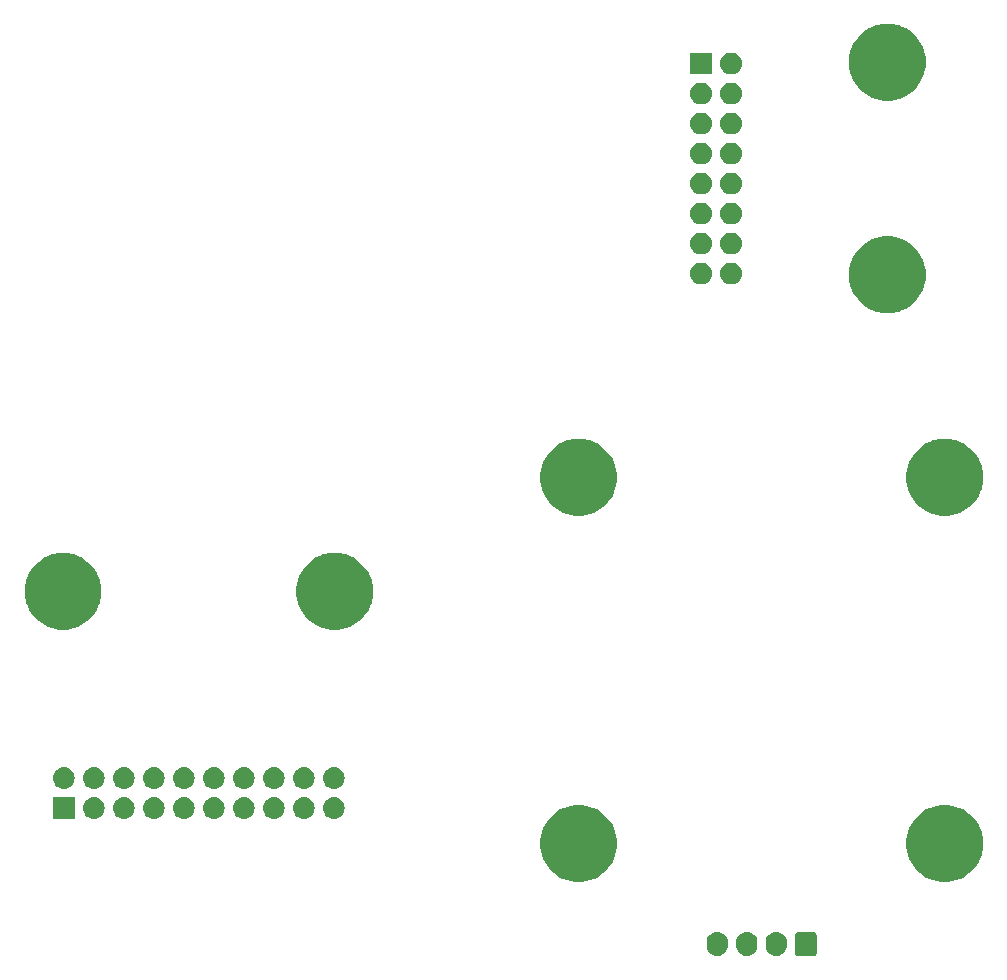
<source format=gbr>
G04 #@! TF.GenerationSoftware,KiCad,Pcbnew,(5.1.4)-1*
G04 #@! TF.CreationDate,2020-03-27T16:40:10-04:00*
G04 #@! TF.ProjectId,gantry_x_motor_breakout,67616e74-7279-45f7-985f-6d6f746f725f,rev?*
G04 #@! TF.SameCoordinates,Original*
G04 #@! TF.FileFunction,Soldermask,Top*
G04 #@! TF.FilePolarity,Negative*
%FSLAX46Y46*%
G04 Gerber Fmt 4.6, Leading zero omitted, Abs format (unit mm)*
G04 Created by KiCad (PCBNEW (5.1.4)-1) date 2020-03-27 16:40:10*
%MOMM*%
%LPD*%
G04 APERTURE LIST*
%ADD10C,0.100000*%
G04 APERTURE END LIST*
D10*
G36*
X148926588Y-122987234D02*
G01*
X148926591Y-122987235D01*
X149096388Y-123038742D01*
X149252878Y-123122388D01*
X149390043Y-123234957D01*
X149502612Y-123372122D01*
X149586258Y-123528612D01*
X149631875Y-123678992D01*
X149637766Y-123698413D01*
X149650800Y-123830752D01*
X149650800Y-124169249D01*
X149637766Y-124301588D01*
X149637765Y-124301590D01*
X149637765Y-124301591D01*
X149586258Y-124471388D01*
X149502612Y-124627878D01*
X149390043Y-124765043D01*
X149252877Y-124877612D01*
X149096387Y-124961258D01*
X148950101Y-125005633D01*
X148926587Y-125012766D01*
X148750000Y-125030158D01*
X148573412Y-125012766D01*
X148549898Y-125005633D01*
X148403612Y-124961258D01*
X148247122Y-124877612D01*
X148109957Y-124765043D01*
X147997388Y-124627877D01*
X147913742Y-124471387D01*
X147862235Y-124301590D01*
X147862234Y-124301587D01*
X147849200Y-124169248D01*
X147849200Y-123830751D01*
X147862234Y-123698412D01*
X147868125Y-123678992D01*
X147913742Y-123528612D01*
X147997388Y-123372122D01*
X148109957Y-123234957D01*
X148247123Y-123122388D01*
X148403613Y-123038742D01*
X148573410Y-122987235D01*
X148573413Y-122987234D01*
X148750000Y-122969842D01*
X148926588Y-122987234D01*
X148926588Y-122987234D01*
G37*
G36*
X151426588Y-122987234D02*
G01*
X151426591Y-122987235D01*
X151596388Y-123038742D01*
X151752878Y-123122388D01*
X151890043Y-123234957D01*
X152002612Y-123372122D01*
X152086258Y-123528612D01*
X152131875Y-123678992D01*
X152137766Y-123698413D01*
X152150800Y-123830752D01*
X152150800Y-124169249D01*
X152137766Y-124301588D01*
X152137765Y-124301590D01*
X152137765Y-124301591D01*
X152086258Y-124471388D01*
X152002612Y-124627878D01*
X151890043Y-124765043D01*
X151752877Y-124877612D01*
X151596387Y-124961258D01*
X151450101Y-125005633D01*
X151426587Y-125012766D01*
X151250000Y-125030158D01*
X151073412Y-125012766D01*
X151049898Y-125005633D01*
X150903612Y-124961258D01*
X150747122Y-124877612D01*
X150609957Y-124765043D01*
X150497388Y-124627877D01*
X150413742Y-124471387D01*
X150362235Y-124301590D01*
X150362234Y-124301587D01*
X150349200Y-124169248D01*
X150349200Y-123830751D01*
X150362234Y-123698412D01*
X150368125Y-123678992D01*
X150413742Y-123528612D01*
X150497388Y-123372122D01*
X150609957Y-123234957D01*
X150747123Y-123122388D01*
X150903613Y-123038742D01*
X151073410Y-122987235D01*
X151073413Y-122987234D01*
X151250000Y-122969842D01*
X151426588Y-122987234D01*
X151426588Y-122987234D01*
G37*
G36*
X146426588Y-122987234D02*
G01*
X146426591Y-122987235D01*
X146596388Y-123038742D01*
X146752878Y-123122388D01*
X146890043Y-123234957D01*
X147002612Y-123372122D01*
X147086258Y-123528612D01*
X147131875Y-123678992D01*
X147137766Y-123698413D01*
X147150800Y-123830752D01*
X147150800Y-124169249D01*
X147137766Y-124301588D01*
X147137765Y-124301590D01*
X147137765Y-124301591D01*
X147086258Y-124471388D01*
X147002612Y-124627878D01*
X146890043Y-124765043D01*
X146752877Y-124877612D01*
X146596387Y-124961258D01*
X146450101Y-125005633D01*
X146426587Y-125012766D01*
X146250000Y-125030158D01*
X146073412Y-125012766D01*
X146049898Y-125005633D01*
X145903612Y-124961258D01*
X145747122Y-124877612D01*
X145609957Y-124765043D01*
X145497388Y-124627877D01*
X145413742Y-124471387D01*
X145362235Y-124301590D01*
X145362234Y-124301587D01*
X145349200Y-124169248D01*
X145349200Y-123830751D01*
X145362234Y-123698412D01*
X145368125Y-123678992D01*
X145413742Y-123528612D01*
X145497388Y-123372122D01*
X145609957Y-123234957D01*
X145747123Y-123122388D01*
X145903613Y-123038742D01*
X146073410Y-122987235D01*
X146073413Y-122987234D01*
X146250000Y-122969842D01*
X146426588Y-122987234D01*
X146426588Y-122987234D01*
G37*
G36*
X154451957Y-122979067D02*
G01*
X154498266Y-122993115D01*
X154540951Y-123015931D01*
X154578365Y-123046635D01*
X154609069Y-123084049D01*
X154631885Y-123126734D01*
X154645933Y-123173043D01*
X154650800Y-123222462D01*
X154650800Y-124777538D01*
X154645933Y-124826957D01*
X154631885Y-124873266D01*
X154609069Y-124915951D01*
X154578365Y-124953365D01*
X154540951Y-124984069D01*
X154498266Y-125006885D01*
X154451957Y-125020933D01*
X154402538Y-125025800D01*
X153097462Y-125025800D01*
X153048043Y-125020933D01*
X153001734Y-125006885D01*
X152959049Y-124984069D01*
X152921635Y-124953365D01*
X152890931Y-124915951D01*
X152868115Y-124873266D01*
X152854067Y-124826957D01*
X152849200Y-124777538D01*
X152849200Y-123222462D01*
X152854067Y-123173043D01*
X152868115Y-123126734D01*
X152890931Y-123084049D01*
X152921635Y-123046635D01*
X152959049Y-123015931D01*
X153001734Y-122993115D01*
X153048043Y-122979067D01*
X153097462Y-122974200D01*
X154402538Y-122974200D01*
X154451957Y-122979067D01*
X154451957Y-122979067D01*
G37*
G36*
X135448223Y-112374127D02*
G01*
X135752107Y-112500000D01*
X136039835Y-112619180D01*
X136572262Y-112974937D01*
X137025063Y-113427738D01*
X137380820Y-113960165D01*
X137489193Y-114221802D01*
X137625873Y-114551777D01*
X137750800Y-115179824D01*
X137750800Y-115820176D01*
X137625873Y-116448223D01*
X137489193Y-116778198D01*
X137380820Y-117039835D01*
X137025063Y-117572262D01*
X136572262Y-118025063D01*
X136039835Y-118380820D01*
X135778198Y-118489193D01*
X135448223Y-118625873D01*
X134820176Y-118750800D01*
X134179824Y-118750800D01*
X133551777Y-118625873D01*
X133221802Y-118489193D01*
X132960165Y-118380820D01*
X132427738Y-118025063D01*
X131974937Y-117572262D01*
X131619180Y-117039835D01*
X131510807Y-116778198D01*
X131374127Y-116448223D01*
X131249200Y-115820176D01*
X131249200Y-115179824D01*
X131374127Y-114551777D01*
X131510807Y-114221802D01*
X131619180Y-113960165D01*
X131974937Y-113427738D01*
X132427738Y-112974937D01*
X132960165Y-112619180D01*
X133247893Y-112500000D01*
X133551777Y-112374127D01*
X134179824Y-112249200D01*
X134820176Y-112249200D01*
X135448223Y-112374127D01*
X135448223Y-112374127D01*
G37*
G36*
X166448223Y-112374127D02*
G01*
X166752107Y-112500000D01*
X167039835Y-112619180D01*
X167572262Y-112974937D01*
X168025063Y-113427738D01*
X168380820Y-113960165D01*
X168489193Y-114221802D01*
X168625873Y-114551777D01*
X168750800Y-115179824D01*
X168750800Y-115820176D01*
X168625873Y-116448223D01*
X168489193Y-116778198D01*
X168380820Y-117039835D01*
X168025063Y-117572262D01*
X167572262Y-118025063D01*
X167039835Y-118380820D01*
X166778198Y-118489193D01*
X166448223Y-118625873D01*
X165820176Y-118750800D01*
X165179824Y-118750800D01*
X164551777Y-118625873D01*
X164221802Y-118489193D01*
X163960165Y-118380820D01*
X163427738Y-118025063D01*
X162974937Y-117572262D01*
X162619180Y-117039835D01*
X162510807Y-116778198D01*
X162374127Y-116448223D01*
X162249200Y-115820176D01*
X162249200Y-115179824D01*
X162374127Y-114551777D01*
X162510807Y-114221802D01*
X162619180Y-113960165D01*
X162974937Y-113427738D01*
X163427738Y-112974937D01*
X163960165Y-112619180D01*
X164247893Y-112500000D01*
X164551777Y-112374127D01*
X165179824Y-112249200D01*
X165820176Y-112249200D01*
X166448223Y-112374127D01*
X166448223Y-112374127D01*
G37*
G36*
X106238502Y-111588908D02*
G01*
X106339257Y-111598831D01*
X106511617Y-111651116D01*
X106670471Y-111736025D01*
X106719833Y-111776536D01*
X106809707Y-111850293D01*
X106883464Y-111940167D01*
X106923975Y-111989529D01*
X107008884Y-112148383D01*
X107061169Y-112320743D01*
X107078824Y-112500000D01*
X107061169Y-112679257D01*
X107008884Y-112851617D01*
X106923975Y-113010471D01*
X106883464Y-113059833D01*
X106809707Y-113149707D01*
X106719833Y-113223464D01*
X106670471Y-113263975D01*
X106511617Y-113348884D01*
X106339257Y-113401169D01*
X106238502Y-113411092D01*
X106204918Y-113414400D01*
X106115082Y-113414400D01*
X106081498Y-113411092D01*
X105980743Y-113401169D01*
X105808383Y-113348884D01*
X105649529Y-113263975D01*
X105600167Y-113223464D01*
X105510293Y-113149707D01*
X105436536Y-113059833D01*
X105396025Y-113010471D01*
X105311116Y-112851617D01*
X105258831Y-112679257D01*
X105241176Y-112500000D01*
X105258831Y-112320743D01*
X105311116Y-112148383D01*
X105396025Y-111989529D01*
X105436536Y-111940167D01*
X105510293Y-111850293D01*
X105600167Y-111776536D01*
X105649529Y-111736025D01*
X105808383Y-111651116D01*
X105980743Y-111598831D01*
X106081498Y-111588908D01*
X106115082Y-111585600D01*
X106204918Y-111585600D01*
X106238502Y-111588908D01*
X106238502Y-111588908D01*
G37*
G36*
X91834400Y-113414400D02*
G01*
X90005600Y-113414400D01*
X90005600Y-111585600D01*
X91834400Y-111585600D01*
X91834400Y-113414400D01*
X91834400Y-113414400D01*
G37*
G36*
X93538502Y-111588908D02*
G01*
X93639257Y-111598831D01*
X93811617Y-111651116D01*
X93970471Y-111736025D01*
X94019833Y-111776536D01*
X94109707Y-111850293D01*
X94183464Y-111940167D01*
X94223975Y-111989529D01*
X94308884Y-112148383D01*
X94361169Y-112320743D01*
X94378824Y-112500000D01*
X94361169Y-112679257D01*
X94308884Y-112851617D01*
X94223975Y-113010471D01*
X94183464Y-113059833D01*
X94109707Y-113149707D01*
X94019833Y-113223464D01*
X93970471Y-113263975D01*
X93811617Y-113348884D01*
X93639257Y-113401169D01*
X93538502Y-113411092D01*
X93504918Y-113414400D01*
X93415082Y-113414400D01*
X93381498Y-113411092D01*
X93280743Y-113401169D01*
X93108383Y-113348884D01*
X92949529Y-113263975D01*
X92900167Y-113223464D01*
X92810293Y-113149707D01*
X92736536Y-113059833D01*
X92696025Y-113010471D01*
X92611116Y-112851617D01*
X92558831Y-112679257D01*
X92541176Y-112500000D01*
X92558831Y-112320743D01*
X92611116Y-112148383D01*
X92696025Y-111989529D01*
X92736536Y-111940167D01*
X92810293Y-111850293D01*
X92900167Y-111776536D01*
X92949529Y-111736025D01*
X93108383Y-111651116D01*
X93280743Y-111598831D01*
X93381498Y-111588908D01*
X93415082Y-111585600D01*
X93504918Y-111585600D01*
X93538502Y-111588908D01*
X93538502Y-111588908D01*
G37*
G36*
X98618502Y-111588908D02*
G01*
X98719257Y-111598831D01*
X98891617Y-111651116D01*
X99050471Y-111736025D01*
X99099833Y-111776536D01*
X99189707Y-111850293D01*
X99263464Y-111940167D01*
X99303975Y-111989529D01*
X99388884Y-112148383D01*
X99441169Y-112320743D01*
X99458824Y-112500000D01*
X99441169Y-112679257D01*
X99388884Y-112851617D01*
X99303975Y-113010471D01*
X99263464Y-113059833D01*
X99189707Y-113149707D01*
X99099833Y-113223464D01*
X99050471Y-113263975D01*
X98891617Y-113348884D01*
X98719257Y-113401169D01*
X98618502Y-113411092D01*
X98584918Y-113414400D01*
X98495082Y-113414400D01*
X98461498Y-113411092D01*
X98360743Y-113401169D01*
X98188383Y-113348884D01*
X98029529Y-113263975D01*
X97980167Y-113223464D01*
X97890293Y-113149707D01*
X97816536Y-113059833D01*
X97776025Y-113010471D01*
X97691116Y-112851617D01*
X97638831Y-112679257D01*
X97621176Y-112500000D01*
X97638831Y-112320743D01*
X97691116Y-112148383D01*
X97776025Y-111989529D01*
X97816536Y-111940167D01*
X97890293Y-111850293D01*
X97980167Y-111776536D01*
X98029529Y-111736025D01*
X98188383Y-111651116D01*
X98360743Y-111598831D01*
X98461498Y-111588908D01*
X98495082Y-111585600D01*
X98584918Y-111585600D01*
X98618502Y-111588908D01*
X98618502Y-111588908D01*
G37*
G36*
X101158502Y-111588908D02*
G01*
X101259257Y-111598831D01*
X101431617Y-111651116D01*
X101590471Y-111736025D01*
X101639833Y-111776536D01*
X101729707Y-111850293D01*
X101803464Y-111940167D01*
X101843975Y-111989529D01*
X101928884Y-112148383D01*
X101981169Y-112320743D01*
X101998824Y-112500000D01*
X101981169Y-112679257D01*
X101928884Y-112851617D01*
X101843975Y-113010471D01*
X101803464Y-113059833D01*
X101729707Y-113149707D01*
X101639833Y-113223464D01*
X101590471Y-113263975D01*
X101431617Y-113348884D01*
X101259257Y-113401169D01*
X101158502Y-113411092D01*
X101124918Y-113414400D01*
X101035082Y-113414400D01*
X101001498Y-113411092D01*
X100900743Y-113401169D01*
X100728383Y-113348884D01*
X100569529Y-113263975D01*
X100520167Y-113223464D01*
X100430293Y-113149707D01*
X100356536Y-113059833D01*
X100316025Y-113010471D01*
X100231116Y-112851617D01*
X100178831Y-112679257D01*
X100161176Y-112500000D01*
X100178831Y-112320743D01*
X100231116Y-112148383D01*
X100316025Y-111989529D01*
X100356536Y-111940167D01*
X100430293Y-111850293D01*
X100520167Y-111776536D01*
X100569529Y-111736025D01*
X100728383Y-111651116D01*
X100900743Y-111598831D01*
X101001498Y-111588908D01*
X101035082Y-111585600D01*
X101124918Y-111585600D01*
X101158502Y-111588908D01*
X101158502Y-111588908D01*
G37*
G36*
X103698502Y-111588908D02*
G01*
X103799257Y-111598831D01*
X103971617Y-111651116D01*
X104130471Y-111736025D01*
X104179833Y-111776536D01*
X104269707Y-111850293D01*
X104343464Y-111940167D01*
X104383975Y-111989529D01*
X104468884Y-112148383D01*
X104521169Y-112320743D01*
X104538824Y-112500000D01*
X104521169Y-112679257D01*
X104468884Y-112851617D01*
X104383975Y-113010471D01*
X104343464Y-113059833D01*
X104269707Y-113149707D01*
X104179833Y-113223464D01*
X104130471Y-113263975D01*
X103971617Y-113348884D01*
X103799257Y-113401169D01*
X103698502Y-113411092D01*
X103664918Y-113414400D01*
X103575082Y-113414400D01*
X103541498Y-113411092D01*
X103440743Y-113401169D01*
X103268383Y-113348884D01*
X103109529Y-113263975D01*
X103060167Y-113223464D01*
X102970293Y-113149707D01*
X102896536Y-113059833D01*
X102856025Y-113010471D01*
X102771116Y-112851617D01*
X102718831Y-112679257D01*
X102701176Y-112500000D01*
X102718831Y-112320743D01*
X102771116Y-112148383D01*
X102856025Y-111989529D01*
X102896536Y-111940167D01*
X102970293Y-111850293D01*
X103060167Y-111776536D01*
X103109529Y-111736025D01*
X103268383Y-111651116D01*
X103440743Y-111598831D01*
X103541498Y-111588908D01*
X103575082Y-111585600D01*
X103664918Y-111585600D01*
X103698502Y-111588908D01*
X103698502Y-111588908D01*
G37*
G36*
X108778502Y-111588908D02*
G01*
X108879257Y-111598831D01*
X109051617Y-111651116D01*
X109210471Y-111736025D01*
X109259833Y-111776536D01*
X109349707Y-111850293D01*
X109423464Y-111940167D01*
X109463975Y-111989529D01*
X109548884Y-112148383D01*
X109601169Y-112320743D01*
X109618824Y-112500000D01*
X109601169Y-112679257D01*
X109548884Y-112851617D01*
X109463975Y-113010471D01*
X109423464Y-113059833D01*
X109349707Y-113149707D01*
X109259833Y-113223464D01*
X109210471Y-113263975D01*
X109051617Y-113348884D01*
X108879257Y-113401169D01*
X108778502Y-113411092D01*
X108744918Y-113414400D01*
X108655082Y-113414400D01*
X108621498Y-113411092D01*
X108520743Y-113401169D01*
X108348383Y-113348884D01*
X108189529Y-113263975D01*
X108140167Y-113223464D01*
X108050293Y-113149707D01*
X107976536Y-113059833D01*
X107936025Y-113010471D01*
X107851116Y-112851617D01*
X107798831Y-112679257D01*
X107781176Y-112500000D01*
X107798831Y-112320743D01*
X107851116Y-112148383D01*
X107936025Y-111989529D01*
X107976536Y-111940167D01*
X108050293Y-111850293D01*
X108140167Y-111776536D01*
X108189529Y-111736025D01*
X108348383Y-111651116D01*
X108520743Y-111598831D01*
X108621498Y-111588908D01*
X108655082Y-111585600D01*
X108744918Y-111585600D01*
X108778502Y-111588908D01*
X108778502Y-111588908D01*
G37*
G36*
X111318502Y-111588908D02*
G01*
X111419257Y-111598831D01*
X111591617Y-111651116D01*
X111750471Y-111736025D01*
X111799833Y-111776536D01*
X111889707Y-111850293D01*
X111963464Y-111940167D01*
X112003975Y-111989529D01*
X112088884Y-112148383D01*
X112141169Y-112320743D01*
X112158824Y-112500000D01*
X112141169Y-112679257D01*
X112088884Y-112851617D01*
X112003975Y-113010471D01*
X111963464Y-113059833D01*
X111889707Y-113149707D01*
X111799833Y-113223464D01*
X111750471Y-113263975D01*
X111591617Y-113348884D01*
X111419257Y-113401169D01*
X111318502Y-113411092D01*
X111284918Y-113414400D01*
X111195082Y-113414400D01*
X111161498Y-113411092D01*
X111060743Y-113401169D01*
X110888383Y-113348884D01*
X110729529Y-113263975D01*
X110680167Y-113223464D01*
X110590293Y-113149707D01*
X110516536Y-113059833D01*
X110476025Y-113010471D01*
X110391116Y-112851617D01*
X110338831Y-112679257D01*
X110321176Y-112500000D01*
X110338831Y-112320743D01*
X110391116Y-112148383D01*
X110476025Y-111989529D01*
X110516536Y-111940167D01*
X110590293Y-111850293D01*
X110680167Y-111776536D01*
X110729529Y-111736025D01*
X110888383Y-111651116D01*
X111060743Y-111598831D01*
X111161498Y-111588908D01*
X111195082Y-111585600D01*
X111284918Y-111585600D01*
X111318502Y-111588908D01*
X111318502Y-111588908D01*
G37*
G36*
X113858502Y-111588908D02*
G01*
X113959257Y-111598831D01*
X114131617Y-111651116D01*
X114290471Y-111736025D01*
X114339833Y-111776536D01*
X114429707Y-111850293D01*
X114503464Y-111940167D01*
X114543975Y-111989529D01*
X114628884Y-112148383D01*
X114681169Y-112320743D01*
X114698824Y-112500000D01*
X114681169Y-112679257D01*
X114628884Y-112851617D01*
X114543975Y-113010471D01*
X114503464Y-113059833D01*
X114429707Y-113149707D01*
X114339833Y-113223464D01*
X114290471Y-113263975D01*
X114131617Y-113348884D01*
X113959257Y-113401169D01*
X113858502Y-113411092D01*
X113824918Y-113414400D01*
X113735082Y-113414400D01*
X113701498Y-113411092D01*
X113600743Y-113401169D01*
X113428383Y-113348884D01*
X113269529Y-113263975D01*
X113220167Y-113223464D01*
X113130293Y-113149707D01*
X113056536Y-113059833D01*
X113016025Y-113010471D01*
X112931116Y-112851617D01*
X112878831Y-112679257D01*
X112861176Y-112500000D01*
X112878831Y-112320743D01*
X112931116Y-112148383D01*
X113016025Y-111989529D01*
X113056536Y-111940167D01*
X113130293Y-111850293D01*
X113220167Y-111776536D01*
X113269529Y-111736025D01*
X113428383Y-111651116D01*
X113600743Y-111598831D01*
X113701498Y-111588908D01*
X113735082Y-111585600D01*
X113824918Y-111585600D01*
X113858502Y-111588908D01*
X113858502Y-111588908D01*
G37*
G36*
X96078502Y-111588908D02*
G01*
X96179257Y-111598831D01*
X96351617Y-111651116D01*
X96510471Y-111736025D01*
X96559833Y-111776536D01*
X96649707Y-111850293D01*
X96723464Y-111940167D01*
X96763975Y-111989529D01*
X96848884Y-112148383D01*
X96901169Y-112320743D01*
X96918824Y-112500000D01*
X96901169Y-112679257D01*
X96848884Y-112851617D01*
X96763975Y-113010471D01*
X96723464Y-113059833D01*
X96649707Y-113149707D01*
X96559833Y-113223464D01*
X96510471Y-113263975D01*
X96351617Y-113348884D01*
X96179257Y-113401169D01*
X96078502Y-113411092D01*
X96044918Y-113414400D01*
X95955082Y-113414400D01*
X95921498Y-113411092D01*
X95820743Y-113401169D01*
X95648383Y-113348884D01*
X95489529Y-113263975D01*
X95440167Y-113223464D01*
X95350293Y-113149707D01*
X95276536Y-113059833D01*
X95236025Y-113010471D01*
X95151116Y-112851617D01*
X95098831Y-112679257D01*
X95081176Y-112500000D01*
X95098831Y-112320743D01*
X95151116Y-112148383D01*
X95236025Y-111989529D01*
X95276536Y-111940167D01*
X95350293Y-111850293D01*
X95440167Y-111776536D01*
X95489529Y-111736025D01*
X95648383Y-111651116D01*
X95820743Y-111598831D01*
X95921498Y-111588908D01*
X95955082Y-111585600D01*
X96044918Y-111585600D01*
X96078502Y-111588908D01*
X96078502Y-111588908D01*
G37*
G36*
X113858502Y-109048908D02*
G01*
X113959257Y-109058831D01*
X114131617Y-109111116D01*
X114290471Y-109196025D01*
X114339833Y-109236536D01*
X114429707Y-109310293D01*
X114503464Y-109400167D01*
X114543975Y-109449529D01*
X114628884Y-109608383D01*
X114681169Y-109780743D01*
X114698824Y-109960000D01*
X114681169Y-110139257D01*
X114628884Y-110311617D01*
X114543975Y-110470471D01*
X114503464Y-110519833D01*
X114429707Y-110609707D01*
X114339833Y-110683464D01*
X114290471Y-110723975D01*
X114131617Y-110808884D01*
X113959257Y-110861169D01*
X113858502Y-110871092D01*
X113824918Y-110874400D01*
X113735082Y-110874400D01*
X113701498Y-110871092D01*
X113600743Y-110861169D01*
X113428383Y-110808884D01*
X113269529Y-110723975D01*
X113220167Y-110683464D01*
X113130293Y-110609707D01*
X113056536Y-110519833D01*
X113016025Y-110470471D01*
X112931116Y-110311617D01*
X112878831Y-110139257D01*
X112861176Y-109960000D01*
X112878831Y-109780743D01*
X112931116Y-109608383D01*
X113016025Y-109449529D01*
X113056536Y-109400167D01*
X113130293Y-109310293D01*
X113220167Y-109236536D01*
X113269529Y-109196025D01*
X113428383Y-109111116D01*
X113600743Y-109058831D01*
X113701498Y-109048908D01*
X113735082Y-109045600D01*
X113824918Y-109045600D01*
X113858502Y-109048908D01*
X113858502Y-109048908D01*
G37*
G36*
X90998502Y-109048908D02*
G01*
X91099257Y-109058831D01*
X91271617Y-109111116D01*
X91430471Y-109196025D01*
X91479833Y-109236536D01*
X91569707Y-109310293D01*
X91643464Y-109400167D01*
X91683975Y-109449529D01*
X91768884Y-109608383D01*
X91821169Y-109780743D01*
X91838824Y-109960000D01*
X91821169Y-110139257D01*
X91768884Y-110311617D01*
X91683975Y-110470471D01*
X91643464Y-110519833D01*
X91569707Y-110609707D01*
X91479833Y-110683464D01*
X91430471Y-110723975D01*
X91271617Y-110808884D01*
X91099257Y-110861169D01*
X90998502Y-110871092D01*
X90964918Y-110874400D01*
X90875082Y-110874400D01*
X90841498Y-110871092D01*
X90740743Y-110861169D01*
X90568383Y-110808884D01*
X90409529Y-110723975D01*
X90360167Y-110683464D01*
X90270293Y-110609707D01*
X90196536Y-110519833D01*
X90156025Y-110470471D01*
X90071116Y-110311617D01*
X90018831Y-110139257D01*
X90001176Y-109960000D01*
X90018831Y-109780743D01*
X90071116Y-109608383D01*
X90156025Y-109449529D01*
X90196536Y-109400167D01*
X90270293Y-109310293D01*
X90360167Y-109236536D01*
X90409529Y-109196025D01*
X90568383Y-109111116D01*
X90740743Y-109058831D01*
X90841498Y-109048908D01*
X90875082Y-109045600D01*
X90964918Y-109045600D01*
X90998502Y-109048908D01*
X90998502Y-109048908D01*
G37*
G36*
X111318502Y-109048908D02*
G01*
X111419257Y-109058831D01*
X111591617Y-109111116D01*
X111750471Y-109196025D01*
X111799833Y-109236536D01*
X111889707Y-109310293D01*
X111963464Y-109400167D01*
X112003975Y-109449529D01*
X112088884Y-109608383D01*
X112141169Y-109780743D01*
X112158824Y-109960000D01*
X112141169Y-110139257D01*
X112088884Y-110311617D01*
X112003975Y-110470471D01*
X111963464Y-110519833D01*
X111889707Y-110609707D01*
X111799833Y-110683464D01*
X111750471Y-110723975D01*
X111591617Y-110808884D01*
X111419257Y-110861169D01*
X111318502Y-110871092D01*
X111284918Y-110874400D01*
X111195082Y-110874400D01*
X111161498Y-110871092D01*
X111060743Y-110861169D01*
X110888383Y-110808884D01*
X110729529Y-110723975D01*
X110680167Y-110683464D01*
X110590293Y-110609707D01*
X110516536Y-110519833D01*
X110476025Y-110470471D01*
X110391116Y-110311617D01*
X110338831Y-110139257D01*
X110321176Y-109960000D01*
X110338831Y-109780743D01*
X110391116Y-109608383D01*
X110476025Y-109449529D01*
X110516536Y-109400167D01*
X110590293Y-109310293D01*
X110680167Y-109236536D01*
X110729529Y-109196025D01*
X110888383Y-109111116D01*
X111060743Y-109058831D01*
X111161498Y-109048908D01*
X111195082Y-109045600D01*
X111284918Y-109045600D01*
X111318502Y-109048908D01*
X111318502Y-109048908D01*
G37*
G36*
X93538502Y-109048908D02*
G01*
X93639257Y-109058831D01*
X93811617Y-109111116D01*
X93970471Y-109196025D01*
X94019833Y-109236536D01*
X94109707Y-109310293D01*
X94183464Y-109400167D01*
X94223975Y-109449529D01*
X94308884Y-109608383D01*
X94361169Y-109780743D01*
X94378824Y-109960000D01*
X94361169Y-110139257D01*
X94308884Y-110311617D01*
X94223975Y-110470471D01*
X94183464Y-110519833D01*
X94109707Y-110609707D01*
X94019833Y-110683464D01*
X93970471Y-110723975D01*
X93811617Y-110808884D01*
X93639257Y-110861169D01*
X93538502Y-110871092D01*
X93504918Y-110874400D01*
X93415082Y-110874400D01*
X93381498Y-110871092D01*
X93280743Y-110861169D01*
X93108383Y-110808884D01*
X92949529Y-110723975D01*
X92900167Y-110683464D01*
X92810293Y-110609707D01*
X92736536Y-110519833D01*
X92696025Y-110470471D01*
X92611116Y-110311617D01*
X92558831Y-110139257D01*
X92541176Y-109960000D01*
X92558831Y-109780743D01*
X92611116Y-109608383D01*
X92696025Y-109449529D01*
X92736536Y-109400167D01*
X92810293Y-109310293D01*
X92900167Y-109236536D01*
X92949529Y-109196025D01*
X93108383Y-109111116D01*
X93280743Y-109058831D01*
X93381498Y-109048908D01*
X93415082Y-109045600D01*
X93504918Y-109045600D01*
X93538502Y-109048908D01*
X93538502Y-109048908D01*
G37*
G36*
X108778502Y-109048908D02*
G01*
X108879257Y-109058831D01*
X109051617Y-109111116D01*
X109210471Y-109196025D01*
X109259833Y-109236536D01*
X109349707Y-109310293D01*
X109423464Y-109400167D01*
X109463975Y-109449529D01*
X109548884Y-109608383D01*
X109601169Y-109780743D01*
X109618824Y-109960000D01*
X109601169Y-110139257D01*
X109548884Y-110311617D01*
X109463975Y-110470471D01*
X109423464Y-110519833D01*
X109349707Y-110609707D01*
X109259833Y-110683464D01*
X109210471Y-110723975D01*
X109051617Y-110808884D01*
X108879257Y-110861169D01*
X108778502Y-110871092D01*
X108744918Y-110874400D01*
X108655082Y-110874400D01*
X108621498Y-110871092D01*
X108520743Y-110861169D01*
X108348383Y-110808884D01*
X108189529Y-110723975D01*
X108140167Y-110683464D01*
X108050293Y-110609707D01*
X107976536Y-110519833D01*
X107936025Y-110470471D01*
X107851116Y-110311617D01*
X107798831Y-110139257D01*
X107781176Y-109960000D01*
X107798831Y-109780743D01*
X107851116Y-109608383D01*
X107936025Y-109449529D01*
X107976536Y-109400167D01*
X108050293Y-109310293D01*
X108140167Y-109236536D01*
X108189529Y-109196025D01*
X108348383Y-109111116D01*
X108520743Y-109058831D01*
X108621498Y-109048908D01*
X108655082Y-109045600D01*
X108744918Y-109045600D01*
X108778502Y-109048908D01*
X108778502Y-109048908D01*
G37*
G36*
X96078502Y-109048908D02*
G01*
X96179257Y-109058831D01*
X96351617Y-109111116D01*
X96510471Y-109196025D01*
X96559833Y-109236536D01*
X96649707Y-109310293D01*
X96723464Y-109400167D01*
X96763975Y-109449529D01*
X96848884Y-109608383D01*
X96901169Y-109780743D01*
X96918824Y-109960000D01*
X96901169Y-110139257D01*
X96848884Y-110311617D01*
X96763975Y-110470471D01*
X96723464Y-110519833D01*
X96649707Y-110609707D01*
X96559833Y-110683464D01*
X96510471Y-110723975D01*
X96351617Y-110808884D01*
X96179257Y-110861169D01*
X96078502Y-110871092D01*
X96044918Y-110874400D01*
X95955082Y-110874400D01*
X95921498Y-110871092D01*
X95820743Y-110861169D01*
X95648383Y-110808884D01*
X95489529Y-110723975D01*
X95440167Y-110683464D01*
X95350293Y-110609707D01*
X95276536Y-110519833D01*
X95236025Y-110470471D01*
X95151116Y-110311617D01*
X95098831Y-110139257D01*
X95081176Y-109960000D01*
X95098831Y-109780743D01*
X95151116Y-109608383D01*
X95236025Y-109449529D01*
X95276536Y-109400167D01*
X95350293Y-109310293D01*
X95440167Y-109236536D01*
X95489529Y-109196025D01*
X95648383Y-109111116D01*
X95820743Y-109058831D01*
X95921498Y-109048908D01*
X95955082Y-109045600D01*
X96044918Y-109045600D01*
X96078502Y-109048908D01*
X96078502Y-109048908D01*
G37*
G36*
X103698502Y-109048908D02*
G01*
X103799257Y-109058831D01*
X103971617Y-109111116D01*
X104130471Y-109196025D01*
X104179833Y-109236536D01*
X104269707Y-109310293D01*
X104343464Y-109400167D01*
X104383975Y-109449529D01*
X104468884Y-109608383D01*
X104521169Y-109780743D01*
X104538824Y-109960000D01*
X104521169Y-110139257D01*
X104468884Y-110311617D01*
X104383975Y-110470471D01*
X104343464Y-110519833D01*
X104269707Y-110609707D01*
X104179833Y-110683464D01*
X104130471Y-110723975D01*
X103971617Y-110808884D01*
X103799257Y-110861169D01*
X103698502Y-110871092D01*
X103664918Y-110874400D01*
X103575082Y-110874400D01*
X103541498Y-110871092D01*
X103440743Y-110861169D01*
X103268383Y-110808884D01*
X103109529Y-110723975D01*
X103060167Y-110683464D01*
X102970293Y-110609707D01*
X102896536Y-110519833D01*
X102856025Y-110470471D01*
X102771116Y-110311617D01*
X102718831Y-110139257D01*
X102701176Y-109960000D01*
X102718831Y-109780743D01*
X102771116Y-109608383D01*
X102856025Y-109449529D01*
X102896536Y-109400167D01*
X102970293Y-109310293D01*
X103060167Y-109236536D01*
X103109529Y-109196025D01*
X103268383Y-109111116D01*
X103440743Y-109058831D01*
X103541498Y-109048908D01*
X103575082Y-109045600D01*
X103664918Y-109045600D01*
X103698502Y-109048908D01*
X103698502Y-109048908D01*
G37*
G36*
X101158502Y-109048908D02*
G01*
X101259257Y-109058831D01*
X101431617Y-109111116D01*
X101590471Y-109196025D01*
X101639833Y-109236536D01*
X101729707Y-109310293D01*
X101803464Y-109400167D01*
X101843975Y-109449529D01*
X101928884Y-109608383D01*
X101981169Y-109780743D01*
X101998824Y-109960000D01*
X101981169Y-110139257D01*
X101928884Y-110311617D01*
X101843975Y-110470471D01*
X101803464Y-110519833D01*
X101729707Y-110609707D01*
X101639833Y-110683464D01*
X101590471Y-110723975D01*
X101431617Y-110808884D01*
X101259257Y-110861169D01*
X101158502Y-110871092D01*
X101124918Y-110874400D01*
X101035082Y-110874400D01*
X101001498Y-110871092D01*
X100900743Y-110861169D01*
X100728383Y-110808884D01*
X100569529Y-110723975D01*
X100520167Y-110683464D01*
X100430293Y-110609707D01*
X100356536Y-110519833D01*
X100316025Y-110470471D01*
X100231116Y-110311617D01*
X100178831Y-110139257D01*
X100161176Y-109960000D01*
X100178831Y-109780743D01*
X100231116Y-109608383D01*
X100316025Y-109449529D01*
X100356536Y-109400167D01*
X100430293Y-109310293D01*
X100520167Y-109236536D01*
X100569529Y-109196025D01*
X100728383Y-109111116D01*
X100900743Y-109058831D01*
X101001498Y-109048908D01*
X101035082Y-109045600D01*
X101124918Y-109045600D01*
X101158502Y-109048908D01*
X101158502Y-109048908D01*
G37*
G36*
X98618502Y-109048908D02*
G01*
X98719257Y-109058831D01*
X98891617Y-109111116D01*
X99050471Y-109196025D01*
X99099833Y-109236536D01*
X99189707Y-109310293D01*
X99263464Y-109400167D01*
X99303975Y-109449529D01*
X99388884Y-109608383D01*
X99441169Y-109780743D01*
X99458824Y-109960000D01*
X99441169Y-110139257D01*
X99388884Y-110311617D01*
X99303975Y-110470471D01*
X99263464Y-110519833D01*
X99189707Y-110609707D01*
X99099833Y-110683464D01*
X99050471Y-110723975D01*
X98891617Y-110808884D01*
X98719257Y-110861169D01*
X98618502Y-110871092D01*
X98584918Y-110874400D01*
X98495082Y-110874400D01*
X98461498Y-110871092D01*
X98360743Y-110861169D01*
X98188383Y-110808884D01*
X98029529Y-110723975D01*
X97980167Y-110683464D01*
X97890293Y-110609707D01*
X97816536Y-110519833D01*
X97776025Y-110470471D01*
X97691116Y-110311617D01*
X97638831Y-110139257D01*
X97621176Y-109960000D01*
X97638831Y-109780743D01*
X97691116Y-109608383D01*
X97776025Y-109449529D01*
X97816536Y-109400167D01*
X97890293Y-109310293D01*
X97980167Y-109236536D01*
X98029529Y-109196025D01*
X98188383Y-109111116D01*
X98360743Y-109058831D01*
X98461498Y-109048908D01*
X98495082Y-109045600D01*
X98584918Y-109045600D01*
X98618502Y-109048908D01*
X98618502Y-109048908D01*
G37*
G36*
X106238502Y-109048908D02*
G01*
X106339257Y-109058831D01*
X106511617Y-109111116D01*
X106670471Y-109196025D01*
X106719833Y-109236536D01*
X106809707Y-109310293D01*
X106883464Y-109400167D01*
X106923975Y-109449529D01*
X107008884Y-109608383D01*
X107061169Y-109780743D01*
X107078824Y-109960000D01*
X107061169Y-110139257D01*
X107008884Y-110311617D01*
X106923975Y-110470471D01*
X106883464Y-110519833D01*
X106809707Y-110609707D01*
X106719833Y-110683464D01*
X106670471Y-110723975D01*
X106511617Y-110808884D01*
X106339257Y-110861169D01*
X106238502Y-110871092D01*
X106204918Y-110874400D01*
X106115082Y-110874400D01*
X106081498Y-110871092D01*
X105980743Y-110861169D01*
X105808383Y-110808884D01*
X105649529Y-110723975D01*
X105600167Y-110683464D01*
X105510293Y-110609707D01*
X105436536Y-110519833D01*
X105396025Y-110470471D01*
X105311116Y-110311617D01*
X105258831Y-110139257D01*
X105241176Y-109960000D01*
X105258831Y-109780743D01*
X105311116Y-109608383D01*
X105396025Y-109449529D01*
X105436536Y-109400167D01*
X105510293Y-109310293D01*
X105600167Y-109236536D01*
X105649529Y-109196025D01*
X105808383Y-109111116D01*
X105980743Y-109058831D01*
X106081498Y-109048908D01*
X106115082Y-109045600D01*
X106204918Y-109045600D01*
X106238502Y-109048908D01*
X106238502Y-109048908D01*
G37*
G36*
X91798223Y-91024127D02*
G01*
X92128198Y-91160807D01*
X92389835Y-91269180D01*
X92922262Y-91624937D01*
X93375063Y-92077738D01*
X93730820Y-92610165D01*
X93839193Y-92871802D01*
X93975873Y-93201777D01*
X94100800Y-93829824D01*
X94100800Y-94470176D01*
X93975873Y-95098223D01*
X93839193Y-95428198D01*
X93730820Y-95689835D01*
X93375063Y-96222262D01*
X92922262Y-96675063D01*
X92389835Y-97030820D01*
X92128198Y-97139193D01*
X91798223Y-97275873D01*
X91170176Y-97400800D01*
X90529824Y-97400800D01*
X89901777Y-97275873D01*
X89571802Y-97139193D01*
X89310165Y-97030820D01*
X88777738Y-96675063D01*
X88324937Y-96222262D01*
X87969180Y-95689835D01*
X87860807Y-95428198D01*
X87724127Y-95098223D01*
X87599200Y-94470176D01*
X87599200Y-93829824D01*
X87724127Y-93201777D01*
X87860807Y-92871802D01*
X87969180Y-92610165D01*
X88324937Y-92077738D01*
X88777738Y-91624937D01*
X89310165Y-91269180D01*
X89571802Y-91160807D01*
X89901777Y-91024127D01*
X90529824Y-90899200D01*
X91170176Y-90899200D01*
X91798223Y-91024127D01*
X91798223Y-91024127D01*
G37*
G36*
X114798223Y-91024127D02*
G01*
X115128198Y-91160807D01*
X115389835Y-91269180D01*
X115922262Y-91624937D01*
X116375063Y-92077738D01*
X116730820Y-92610165D01*
X116839193Y-92871802D01*
X116975873Y-93201777D01*
X117100800Y-93829824D01*
X117100800Y-94470176D01*
X116975873Y-95098223D01*
X116839193Y-95428198D01*
X116730820Y-95689835D01*
X116375063Y-96222262D01*
X115922262Y-96675063D01*
X115389835Y-97030820D01*
X115128198Y-97139193D01*
X114798223Y-97275873D01*
X114170176Y-97400800D01*
X113529824Y-97400800D01*
X112901777Y-97275873D01*
X112571802Y-97139193D01*
X112310165Y-97030820D01*
X111777738Y-96675063D01*
X111324937Y-96222262D01*
X110969180Y-95689835D01*
X110860807Y-95428198D01*
X110724127Y-95098223D01*
X110599200Y-94470176D01*
X110599200Y-93829824D01*
X110724127Y-93201777D01*
X110860807Y-92871802D01*
X110969180Y-92610165D01*
X111324937Y-92077738D01*
X111777738Y-91624937D01*
X112310165Y-91269180D01*
X112571802Y-91160807D01*
X112901777Y-91024127D01*
X113529824Y-90899200D01*
X114170176Y-90899200D01*
X114798223Y-91024127D01*
X114798223Y-91024127D01*
G37*
G36*
X135448223Y-81374127D02*
G01*
X135778198Y-81510807D01*
X136039835Y-81619180D01*
X136572262Y-81974937D01*
X137025063Y-82427738D01*
X137380820Y-82960165D01*
X137489193Y-83221802D01*
X137625873Y-83551777D01*
X137750800Y-84179824D01*
X137750800Y-84820176D01*
X137625873Y-85448223D01*
X137489193Y-85778198D01*
X137380820Y-86039835D01*
X137025063Y-86572262D01*
X136572262Y-87025063D01*
X136039835Y-87380820D01*
X135778198Y-87489193D01*
X135448223Y-87625873D01*
X134820176Y-87750800D01*
X134179824Y-87750800D01*
X133551777Y-87625873D01*
X133221802Y-87489193D01*
X132960165Y-87380820D01*
X132427738Y-87025063D01*
X131974937Y-86572262D01*
X131619180Y-86039835D01*
X131510807Y-85778198D01*
X131374127Y-85448223D01*
X131249200Y-84820176D01*
X131249200Y-84179824D01*
X131374127Y-83551777D01*
X131510807Y-83221802D01*
X131619180Y-82960165D01*
X131974937Y-82427738D01*
X132427738Y-81974937D01*
X132960165Y-81619180D01*
X133221802Y-81510807D01*
X133551777Y-81374127D01*
X134179824Y-81249200D01*
X134820176Y-81249200D01*
X135448223Y-81374127D01*
X135448223Y-81374127D01*
G37*
G36*
X166448223Y-81374127D02*
G01*
X166778198Y-81510807D01*
X167039835Y-81619180D01*
X167572262Y-81974937D01*
X168025063Y-82427738D01*
X168380820Y-82960165D01*
X168489193Y-83221802D01*
X168625873Y-83551777D01*
X168750800Y-84179824D01*
X168750800Y-84820176D01*
X168625873Y-85448223D01*
X168489193Y-85778198D01*
X168380820Y-86039835D01*
X168025063Y-86572262D01*
X167572262Y-87025063D01*
X167039835Y-87380820D01*
X166778198Y-87489193D01*
X166448223Y-87625873D01*
X165820176Y-87750800D01*
X165179824Y-87750800D01*
X164551777Y-87625873D01*
X164221802Y-87489193D01*
X163960165Y-87380820D01*
X163427738Y-87025063D01*
X162974937Y-86572262D01*
X162619180Y-86039835D01*
X162510807Y-85778198D01*
X162374127Y-85448223D01*
X162249200Y-84820176D01*
X162249200Y-84179824D01*
X162374127Y-83551777D01*
X162510807Y-83221802D01*
X162619180Y-82960165D01*
X162974937Y-82427738D01*
X163427738Y-81974937D01*
X163960165Y-81619180D01*
X164221802Y-81510807D01*
X164551777Y-81374127D01*
X165179824Y-81249200D01*
X165820176Y-81249200D01*
X166448223Y-81374127D01*
X166448223Y-81374127D01*
G37*
G36*
X161598223Y-64224127D02*
G01*
X161928198Y-64360807D01*
X162189835Y-64469180D01*
X162722262Y-64824937D01*
X163175063Y-65277738D01*
X163530820Y-65810165D01*
X163639193Y-66071802D01*
X163775873Y-66401777D01*
X163900800Y-67029824D01*
X163900800Y-67670176D01*
X163775873Y-68298223D01*
X163639193Y-68628198D01*
X163530820Y-68889835D01*
X163175063Y-69422262D01*
X162722262Y-69875063D01*
X162189835Y-70230820D01*
X161928198Y-70339193D01*
X161598223Y-70475873D01*
X160970176Y-70600800D01*
X160329824Y-70600800D01*
X159701777Y-70475873D01*
X159371802Y-70339193D01*
X159110165Y-70230820D01*
X158577738Y-69875063D01*
X158124937Y-69422262D01*
X157769180Y-68889835D01*
X157660807Y-68628198D01*
X157524127Y-68298223D01*
X157399200Y-67670176D01*
X157399200Y-67029824D01*
X157524127Y-66401777D01*
X157660807Y-66071802D01*
X157769180Y-65810165D01*
X158124937Y-65277738D01*
X158577738Y-64824937D01*
X159110165Y-64469180D01*
X159371802Y-64360807D01*
X159701777Y-64224127D01*
X160329824Y-64099200D01*
X160970176Y-64099200D01*
X161598223Y-64224127D01*
X161598223Y-64224127D01*
G37*
G36*
X147493502Y-66328908D02*
G01*
X147594257Y-66338831D01*
X147766617Y-66391116D01*
X147925471Y-66476025D01*
X147974833Y-66516536D01*
X148064707Y-66590293D01*
X148138464Y-66680167D01*
X148178975Y-66729529D01*
X148263884Y-66888383D01*
X148316169Y-67060743D01*
X148333824Y-67240000D01*
X148316169Y-67419257D01*
X148263884Y-67591617D01*
X148178975Y-67750471D01*
X148138464Y-67799833D01*
X148064707Y-67889707D01*
X147974833Y-67963464D01*
X147925471Y-68003975D01*
X147766617Y-68088884D01*
X147594257Y-68141169D01*
X147493502Y-68151092D01*
X147459918Y-68154400D01*
X147370082Y-68154400D01*
X147336498Y-68151092D01*
X147235743Y-68141169D01*
X147063383Y-68088884D01*
X146904529Y-68003975D01*
X146855167Y-67963464D01*
X146765293Y-67889707D01*
X146691536Y-67799833D01*
X146651025Y-67750471D01*
X146566116Y-67591617D01*
X146513831Y-67419257D01*
X146496176Y-67240000D01*
X146513831Y-67060743D01*
X146566116Y-66888383D01*
X146651025Y-66729529D01*
X146691536Y-66680167D01*
X146765293Y-66590293D01*
X146855167Y-66516536D01*
X146904529Y-66476025D01*
X147063383Y-66391116D01*
X147235743Y-66338831D01*
X147336498Y-66328908D01*
X147370082Y-66325600D01*
X147459918Y-66325600D01*
X147493502Y-66328908D01*
X147493502Y-66328908D01*
G37*
G36*
X144953502Y-66328908D02*
G01*
X145054257Y-66338831D01*
X145226617Y-66391116D01*
X145385471Y-66476025D01*
X145434833Y-66516536D01*
X145524707Y-66590293D01*
X145598464Y-66680167D01*
X145638975Y-66729529D01*
X145723884Y-66888383D01*
X145776169Y-67060743D01*
X145793824Y-67240000D01*
X145776169Y-67419257D01*
X145723884Y-67591617D01*
X145638975Y-67750471D01*
X145598464Y-67799833D01*
X145524707Y-67889707D01*
X145434833Y-67963464D01*
X145385471Y-68003975D01*
X145226617Y-68088884D01*
X145054257Y-68141169D01*
X144953502Y-68151092D01*
X144919918Y-68154400D01*
X144830082Y-68154400D01*
X144796498Y-68151092D01*
X144695743Y-68141169D01*
X144523383Y-68088884D01*
X144364529Y-68003975D01*
X144315167Y-67963464D01*
X144225293Y-67889707D01*
X144151536Y-67799833D01*
X144111025Y-67750471D01*
X144026116Y-67591617D01*
X143973831Y-67419257D01*
X143956176Y-67240000D01*
X143973831Y-67060743D01*
X144026116Y-66888383D01*
X144111025Y-66729529D01*
X144151536Y-66680167D01*
X144225293Y-66590293D01*
X144315167Y-66516536D01*
X144364529Y-66476025D01*
X144523383Y-66391116D01*
X144695743Y-66338831D01*
X144796498Y-66328908D01*
X144830082Y-66325600D01*
X144919918Y-66325600D01*
X144953502Y-66328908D01*
X144953502Y-66328908D01*
G37*
G36*
X147493502Y-63788908D02*
G01*
X147594257Y-63798831D01*
X147766617Y-63851116D01*
X147925471Y-63936025D01*
X147974833Y-63976536D01*
X148064707Y-64050293D01*
X148138464Y-64140167D01*
X148178975Y-64189529D01*
X148263884Y-64348383D01*
X148316169Y-64520743D01*
X148333824Y-64700000D01*
X148316169Y-64879257D01*
X148263884Y-65051617D01*
X148178975Y-65210471D01*
X148138464Y-65259833D01*
X148064707Y-65349707D01*
X147974833Y-65423464D01*
X147925471Y-65463975D01*
X147766617Y-65548884D01*
X147594257Y-65601169D01*
X147493502Y-65611092D01*
X147459918Y-65614400D01*
X147370082Y-65614400D01*
X147336498Y-65611092D01*
X147235743Y-65601169D01*
X147063383Y-65548884D01*
X146904529Y-65463975D01*
X146855167Y-65423464D01*
X146765293Y-65349707D01*
X146691536Y-65259833D01*
X146651025Y-65210471D01*
X146566116Y-65051617D01*
X146513831Y-64879257D01*
X146496176Y-64700000D01*
X146513831Y-64520743D01*
X146566116Y-64348383D01*
X146651025Y-64189529D01*
X146691536Y-64140167D01*
X146765293Y-64050293D01*
X146855167Y-63976536D01*
X146904529Y-63936025D01*
X147063383Y-63851116D01*
X147235743Y-63798831D01*
X147336498Y-63788908D01*
X147370082Y-63785600D01*
X147459918Y-63785600D01*
X147493502Y-63788908D01*
X147493502Y-63788908D01*
G37*
G36*
X144953502Y-63788908D02*
G01*
X145054257Y-63798831D01*
X145226617Y-63851116D01*
X145385471Y-63936025D01*
X145434833Y-63976536D01*
X145524707Y-64050293D01*
X145598464Y-64140167D01*
X145638975Y-64189529D01*
X145723884Y-64348383D01*
X145776169Y-64520743D01*
X145793824Y-64700000D01*
X145776169Y-64879257D01*
X145723884Y-65051617D01*
X145638975Y-65210471D01*
X145598464Y-65259833D01*
X145524707Y-65349707D01*
X145434833Y-65423464D01*
X145385471Y-65463975D01*
X145226617Y-65548884D01*
X145054257Y-65601169D01*
X144953502Y-65611092D01*
X144919918Y-65614400D01*
X144830082Y-65614400D01*
X144796498Y-65611092D01*
X144695743Y-65601169D01*
X144523383Y-65548884D01*
X144364529Y-65463975D01*
X144315167Y-65423464D01*
X144225293Y-65349707D01*
X144151536Y-65259833D01*
X144111025Y-65210471D01*
X144026116Y-65051617D01*
X143973831Y-64879257D01*
X143956176Y-64700000D01*
X143973831Y-64520743D01*
X144026116Y-64348383D01*
X144111025Y-64189529D01*
X144151536Y-64140167D01*
X144225293Y-64050293D01*
X144315167Y-63976536D01*
X144364529Y-63936025D01*
X144523383Y-63851116D01*
X144695743Y-63798831D01*
X144796498Y-63788908D01*
X144830082Y-63785600D01*
X144919918Y-63785600D01*
X144953502Y-63788908D01*
X144953502Y-63788908D01*
G37*
G36*
X147493502Y-61248908D02*
G01*
X147594257Y-61258831D01*
X147766617Y-61311116D01*
X147925471Y-61396025D01*
X147974833Y-61436536D01*
X148064707Y-61510293D01*
X148138464Y-61600167D01*
X148178975Y-61649529D01*
X148263884Y-61808383D01*
X148316169Y-61980743D01*
X148333824Y-62160000D01*
X148316169Y-62339257D01*
X148263884Y-62511617D01*
X148178975Y-62670471D01*
X148138464Y-62719833D01*
X148064707Y-62809707D01*
X147974833Y-62883464D01*
X147925471Y-62923975D01*
X147766617Y-63008884D01*
X147594257Y-63061169D01*
X147493502Y-63071092D01*
X147459918Y-63074400D01*
X147370082Y-63074400D01*
X147336498Y-63071092D01*
X147235743Y-63061169D01*
X147063383Y-63008884D01*
X146904529Y-62923975D01*
X146855167Y-62883464D01*
X146765293Y-62809707D01*
X146691536Y-62719833D01*
X146651025Y-62670471D01*
X146566116Y-62511617D01*
X146513831Y-62339257D01*
X146496176Y-62160000D01*
X146513831Y-61980743D01*
X146566116Y-61808383D01*
X146651025Y-61649529D01*
X146691536Y-61600167D01*
X146765293Y-61510293D01*
X146855167Y-61436536D01*
X146904529Y-61396025D01*
X147063383Y-61311116D01*
X147235743Y-61258831D01*
X147336498Y-61248908D01*
X147370082Y-61245600D01*
X147459918Y-61245600D01*
X147493502Y-61248908D01*
X147493502Y-61248908D01*
G37*
G36*
X144953502Y-61248908D02*
G01*
X145054257Y-61258831D01*
X145226617Y-61311116D01*
X145385471Y-61396025D01*
X145434833Y-61436536D01*
X145524707Y-61510293D01*
X145598464Y-61600167D01*
X145638975Y-61649529D01*
X145723884Y-61808383D01*
X145776169Y-61980743D01*
X145793824Y-62160000D01*
X145776169Y-62339257D01*
X145723884Y-62511617D01*
X145638975Y-62670471D01*
X145598464Y-62719833D01*
X145524707Y-62809707D01*
X145434833Y-62883464D01*
X145385471Y-62923975D01*
X145226617Y-63008884D01*
X145054257Y-63061169D01*
X144953502Y-63071092D01*
X144919918Y-63074400D01*
X144830082Y-63074400D01*
X144796498Y-63071092D01*
X144695743Y-63061169D01*
X144523383Y-63008884D01*
X144364529Y-62923975D01*
X144315167Y-62883464D01*
X144225293Y-62809707D01*
X144151536Y-62719833D01*
X144111025Y-62670471D01*
X144026116Y-62511617D01*
X143973831Y-62339257D01*
X143956176Y-62160000D01*
X143973831Y-61980743D01*
X144026116Y-61808383D01*
X144111025Y-61649529D01*
X144151536Y-61600167D01*
X144225293Y-61510293D01*
X144315167Y-61436536D01*
X144364529Y-61396025D01*
X144523383Y-61311116D01*
X144695743Y-61258831D01*
X144796498Y-61248908D01*
X144830082Y-61245600D01*
X144919918Y-61245600D01*
X144953502Y-61248908D01*
X144953502Y-61248908D01*
G37*
G36*
X144953502Y-58708908D02*
G01*
X145054257Y-58718831D01*
X145226617Y-58771116D01*
X145385471Y-58856025D01*
X145434833Y-58896536D01*
X145524707Y-58970293D01*
X145598464Y-59060167D01*
X145638975Y-59109529D01*
X145723884Y-59268383D01*
X145776169Y-59440743D01*
X145793824Y-59620000D01*
X145776169Y-59799257D01*
X145723884Y-59971617D01*
X145638975Y-60130471D01*
X145598464Y-60179833D01*
X145524707Y-60269707D01*
X145434833Y-60343464D01*
X145385471Y-60383975D01*
X145226617Y-60468884D01*
X145054257Y-60521169D01*
X144953502Y-60531092D01*
X144919918Y-60534400D01*
X144830082Y-60534400D01*
X144796498Y-60531092D01*
X144695743Y-60521169D01*
X144523383Y-60468884D01*
X144364529Y-60383975D01*
X144315167Y-60343464D01*
X144225293Y-60269707D01*
X144151536Y-60179833D01*
X144111025Y-60130471D01*
X144026116Y-59971617D01*
X143973831Y-59799257D01*
X143956176Y-59620000D01*
X143973831Y-59440743D01*
X144026116Y-59268383D01*
X144111025Y-59109529D01*
X144151536Y-59060167D01*
X144225293Y-58970293D01*
X144315167Y-58896536D01*
X144364529Y-58856025D01*
X144523383Y-58771116D01*
X144695743Y-58718831D01*
X144796498Y-58708908D01*
X144830082Y-58705600D01*
X144919918Y-58705600D01*
X144953502Y-58708908D01*
X144953502Y-58708908D01*
G37*
G36*
X147493502Y-58708908D02*
G01*
X147594257Y-58718831D01*
X147766617Y-58771116D01*
X147925471Y-58856025D01*
X147974833Y-58896536D01*
X148064707Y-58970293D01*
X148138464Y-59060167D01*
X148178975Y-59109529D01*
X148263884Y-59268383D01*
X148316169Y-59440743D01*
X148333824Y-59620000D01*
X148316169Y-59799257D01*
X148263884Y-59971617D01*
X148178975Y-60130471D01*
X148138464Y-60179833D01*
X148064707Y-60269707D01*
X147974833Y-60343464D01*
X147925471Y-60383975D01*
X147766617Y-60468884D01*
X147594257Y-60521169D01*
X147493502Y-60531092D01*
X147459918Y-60534400D01*
X147370082Y-60534400D01*
X147336498Y-60531092D01*
X147235743Y-60521169D01*
X147063383Y-60468884D01*
X146904529Y-60383975D01*
X146855167Y-60343464D01*
X146765293Y-60269707D01*
X146691536Y-60179833D01*
X146651025Y-60130471D01*
X146566116Y-59971617D01*
X146513831Y-59799257D01*
X146496176Y-59620000D01*
X146513831Y-59440743D01*
X146566116Y-59268383D01*
X146651025Y-59109529D01*
X146691536Y-59060167D01*
X146765293Y-58970293D01*
X146855167Y-58896536D01*
X146904529Y-58856025D01*
X147063383Y-58771116D01*
X147235743Y-58718831D01*
X147336498Y-58708908D01*
X147370082Y-58705600D01*
X147459918Y-58705600D01*
X147493502Y-58708908D01*
X147493502Y-58708908D01*
G37*
G36*
X147493502Y-56168908D02*
G01*
X147594257Y-56178831D01*
X147766617Y-56231116D01*
X147925471Y-56316025D01*
X147974833Y-56356536D01*
X148064707Y-56430293D01*
X148138464Y-56520167D01*
X148178975Y-56569529D01*
X148263884Y-56728383D01*
X148316169Y-56900743D01*
X148333824Y-57080000D01*
X148316169Y-57259257D01*
X148263884Y-57431617D01*
X148178975Y-57590471D01*
X148138464Y-57639833D01*
X148064707Y-57729707D01*
X147974833Y-57803464D01*
X147925471Y-57843975D01*
X147766617Y-57928884D01*
X147594257Y-57981169D01*
X147493502Y-57991092D01*
X147459918Y-57994400D01*
X147370082Y-57994400D01*
X147336498Y-57991092D01*
X147235743Y-57981169D01*
X147063383Y-57928884D01*
X146904529Y-57843975D01*
X146855167Y-57803464D01*
X146765293Y-57729707D01*
X146691536Y-57639833D01*
X146651025Y-57590471D01*
X146566116Y-57431617D01*
X146513831Y-57259257D01*
X146496176Y-57080000D01*
X146513831Y-56900743D01*
X146566116Y-56728383D01*
X146651025Y-56569529D01*
X146691536Y-56520167D01*
X146765293Y-56430293D01*
X146855167Y-56356536D01*
X146904529Y-56316025D01*
X147063383Y-56231116D01*
X147235743Y-56178831D01*
X147336498Y-56168908D01*
X147370082Y-56165600D01*
X147459918Y-56165600D01*
X147493502Y-56168908D01*
X147493502Y-56168908D01*
G37*
G36*
X144953502Y-56168908D02*
G01*
X145054257Y-56178831D01*
X145226617Y-56231116D01*
X145385471Y-56316025D01*
X145434833Y-56356536D01*
X145524707Y-56430293D01*
X145598464Y-56520167D01*
X145638975Y-56569529D01*
X145723884Y-56728383D01*
X145776169Y-56900743D01*
X145793824Y-57080000D01*
X145776169Y-57259257D01*
X145723884Y-57431617D01*
X145638975Y-57590471D01*
X145598464Y-57639833D01*
X145524707Y-57729707D01*
X145434833Y-57803464D01*
X145385471Y-57843975D01*
X145226617Y-57928884D01*
X145054257Y-57981169D01*
X144953502Y-57991092D01*
X144919918Y-57994400D01*
X144830082Y-57994400D01*
X144796498Y-57991092D01*
X144695743Y-57981169D01*
X144523383Y-57928884D01*
X144364529Y-57843975D01*
X144315167Y-57803464D01*
X144225293Y-57729707D01*
X144151536Y-57639833D01*
X144111025Y-57590471D01*
X144026116Y-57431617D01*
X143973831Y-57259257D01*
X143956176Y-57080000D01*
X143973831Y-56900743D01*
X144026116Y-56728383D01*
X144111025Y-56569529D01*
X144151536Y-56520167D01*
X144225293Y-56430293D01*
X144315167Y-56356536D01*
X144364529Y-56316025D01*
X144523383Y-56231116D01*
X144695743Y-56178831D01*
X144796498Y-56168908D01*
X144830082Y-56165600D01*
X144919918Y-56165600D01*
X144953502Y-56168908D01*
X144953502Y-56168908D01*
G37*
G36*
X147493502Y-53628908D02*
G01*
X147594257Y-53638831D01*
X147766617Y-53691116D01*
X147925471Y-53776025D01*
X147974833Y-53816536D01*
X148064707Y-53890293D01*
X148138464Y-53980167D01*
X148178975Y-54029529D01*
X148263884Y-54188383D01*
X148316169Y-54360743D01*
X148333824Y-54540000D01*
X148316169Y-54719257D01*
X148263884Y-54891617D01*
X148178975Y-55050471D01*
X148138464Y-55099833D01*
X148064707Y-55189707D01*
X147974833Y-55263464D01*
X147925471Y-55303975D01*
X147766617Y-55388884D01*
X147594257Y-55441169D01*
X147493502Y-55451092D01*
X147459918Y-55454400D01*
X147370082Y-55454400D01*
X147336498Y-55451092D01*
X147235743Y-55441169D01*
X147063383Y-55388884D01*
X146904529Y-55303975D01*
X146855167Y-55263464D01*
X146765293Y-55189707D01*
X146691536Y-55099833D01*
X146651025Y-55050471D01*
X146566116Y-54891617D01*
X146513831Y-54719257D01*
X146496176Y-54540000D01*
X146513831Y-54360743D01*
X146566116Y-54188383D01*
X146651025Y-54029529D01*
X146691536Y-53980167D01*
X146765293Y-53890293D01*
X146855167Y-53816536D01*
X146904529Y-53776025D01*
X147063383Y-53691116D01*
X147235743Y-53638831D01*
X147336498Y-53628908D01*
X147370082Y-53625600D01*
X147459918Y-53625600D01*
X147493502Y-53628908D01*
X147493502Y-53628908D01*
G37*
G36*
X144953502Y-53628908D02*
G01*
X145054257Y-53638831D01*
X145226617Y-53691116D01*
X145385471Y-53776025D01*
X145434833Y-53816536D01*
X145524707Y-53890293D01*
X145598464Y-53980167D01*
X145638975Y-54029529D01*
X145723884Y-54188383D01*
X145776169Y-54360743D01*
X145793824Y-54540000D01*
X145776169Y-54719257D01*
X145723884Y-54891617D01*
X145638975Y-55050471D01*
X145598464Y-55099833D01*
X145524707Y-55189707D01*
X145434833Y-55263464D01*
X145385471Y-55303975D01*
X145226617Y-55388884D01*
X145054257Y-55441169D01*
X144953502Y-55451092D01*
X144919918Y-55454400D01*
X144830082Y-55454400D01*
X144796498Y-55451092D01*
X144695743Y-55441169D01*
X144523383Y-55388884D01*
X144364529Y-55303975D01*
X144315167Y-55263464D01*
X144225293Y-55189707D01*
X144151536Y-55099833D01*
X144111025Y-55050471D01*
X144026116Y-54891617D01*
X143973831Y-54719257D01*
X143956176Y-54540000D01*
X143973831Y-54360743D01*
X144026116Y-54188383D01*
X144111025Y-54029529D01*
X144151536Y-53980167D01*
X144225293Y-53890293D01*
X144315167Y-53816536D01*
X144364529Y-53776025D01*
X144523383Y-53691116D01*
X144695743Y-53638831D01*
X144796498Y-53628908D01*
X144830082Y-53625600D01*
X144919918Y-53625600D01*
X144953502Y-53628908D01*
X144953502Y-53628908D01*
G37*
G36*
X147493502Y-51088908D02*
G01*
X147594257Y-51098831D01*
X147766617Y-51151116D01*
X147925471Y-51236025D01*
X147974833Y-51276536D01*
X148064707Y-51350293D01*
X148138464Y-51440167D01*
X148178975Y-51489529D01*
X148263884Y-51648383D01*
X148316169Y-51820743D01*
X148333824Y-52000000D01*
X148316169Y-52179257D01*
X148263884Y-52351617D01*
X148178975Y-52510471D01*
X148138464Y-52559833D01*
X148064707Y-52649707D01*
X147974833Y-52723464D01*
X147925471Y-52763975D01*
X147766617Y-52848884D01*
X147594257Y-52901169D01*
X147493502Y-52911092D01*
X147459918Y-52914400D01*
X147370082Y-52914400D01*
X147336498Y-52911092D01*
X147235743Y-52901169D01*
X147063383Y-52848884D01*
X146904529Y-52763975D01*
X146855167Y-52723464D01*
X146765293Y-52649707D01*
X146691536Y-52559833D01*
X146651025Y-52510471D01*
X146566116Y-52351617D01*
X146513831Y-52179257D01*
X146496176Y-52000000D01*
X146513831Y-51820743D01*
X146566116Y-51648383D01*
X146651025Y-51489529D01*
X146691536Y-51440167D01*
X146765293Y-51350293D01*
X146855167Y-51276536D01*
X146904529Y-51236025D01*
X147063383Y-51151116D01*
X147235743Y-51098831D01*
X147336498Y-51088908D01*
X147370082Y-51085600D01*
X147459918Y-51085600D01*
X147493502Y-51088908D01*
X147493502Y-51088908D01*
G37*
G36*
X144953502Y-51088908D02*
G01*
X145054257Y-51098831D01*
X145226617Y-51151116D01*
X145385471Y-51236025D01*
X145434833Y-51276536D01*
X145524707Y-51350293D01*
X145598464Y-51440167D01*
X145638975Y-51489529D01*
X145723884Y-51648383D01*
X145776169Y-51820743D01*
X145793824Y-52000000D01*
X145776169Y-52179257D01*
X145723884Y-52351617D01*
X145638975Y-52510471D01*
X145598464Y-52559833D01*
X145524707Y-52649707D01*
X145434833Y-52723464D01*
X145385471Y-52763975D01*
X145226617Y-52848884D01*
X145054257Y-52901169D01*
X144953502Y-52911092D01*
X144919918Y-52914400D01*
X144830082Y-52914400D01*
X144796498Y-52911092D01*
X144695743Y-52901169D01*
X144523383Y-52848884D01*
X144364529Y-52763975D01*
X144315167Y-52723464D01*
X144225293Y-52649707D01*
X144151536Y-52559833D01*
X144111025Y-52510471D01*
X144026116Y-52351617D01*
X143973831Y-52179257D01*
X143956176Y-52000000D01*
X143973831Y-51820743D01*
X144026116Y-51648383D01*
X144111025Y-51489529D01*
X144151536Y-51440167D01*
X144225293Y-51350293D01*
X144315167Y-51276536D01*
X144364529Y-51236025D01*
X144523383Y-51151116D01*
X144695743Y-51098831D01*
X144796498Y-51088908D01*
X144830082Y-51085600D01*
X144919918Y-51085600D01*
X144953502Y-51088908D01*
X144953502Y-51088908D01*
G37*
G36*
X161598223Y-46224127D02*
G01*
X161928198Y-46360807D01*
X162189835Y-46469180D01*
X162722262Y-46824937D01*
X163175063Y-47277738D01*
X163530820Y-47810165D01*
X163639193Y-48071802D01*
X163775873Y-48401777D01*
X163900800Y-49029824D01*
X163900800Y-49670176D01*
X163775873Y-50298223D01*
X163744319Y-50374400D01*
X163530820Y-50889835D01*
X163175063Y-51422262D01*
X162722262Y-51875063D01*
X162189835Y-52230820D01*
X161928198Y-52339193D01*
X161598223Y-52475873D01*
X160970176Y-52600800D01*
X160329824Y-52600800D01*
X159701777Y-52475873D01*
X159371802Y-52339193D01*
X159110165Y-52230820D01*
X158577738Y-51875063D01*
X158124937Y-51422262D01*
X157769180Y-50889835D01*
X157555681Y-50374400D01*
X157524127Y-50298223D01*
X157399200Y-49670176D01*
X157399200Y-49029824D01*
X157524127Y-48401777D01*
X157660807Y-48071802D01*
X157769180Y-47810165D01*
X158124937Y-47277738D01*
X158577738Y-46824937D01*
X159110165Y-46469180D01*
X159371802Y-46360807D01*
X159701777Y-46224127D01*
X160329824Y-46099200D01*
X160970176Y-46099200D01*
X161598223Y-46224127D01*
X161598223Y-46224127D01*
G37*
G36*
X145789400Y-50374400D02*
G01*
X143960600Y-50374400D01*
X143960600Y-48545600D01*
X145789400Y-48545600D01*
X145789400Y-50374400D01*
X145789400Y-50374400D01*
G37*
G36*
X147493502Y-48548908D02*
G01*
X147594257Y-48558831D01*
X147766617Y-48611116D01*
X147925471Y-48696025D01*
X147974833Y-48736536D01*
X148064707Y-48810293D01*
X148138464Y-48900167D01*
X148178975Y-48949529D01*
X148263884Y-49108383D01*
X148316169Y-49280743D01*
X148333824Y-49460000D01*
X148316169Y-49639257D01*
X148263884Y-49811617D01*
X148178975Y-49970471D01*
X148138464Y-50019833D01*
X148064707Y-50109707D01*
X147974833Y-50183464D01*
X147925471Y-50223975D01*
X147766617Y-50308884D01*
X147594257Y-50361169D01*
X147493502Y-50371092D01*
X147459918Y-50374400D01*
X147370082Y-50374400D01*
X147336498Y-50371092D01*
X147235743Y-50361169D01*
X147063383Y-50308884D01*
X146904529Y-50223975D01*
X146855167Y-50183464D01*
X146765293Y-50109707D01*
X146691536Y-50019833D01*
X146651025Y-49970471D01*
X146566116Y-49811617D01*
X146513831Y-49639257D01*
X146496176Y-49460000D01*
X146513831Y-49280743D01*
X146566116Y-49108383D01*
X146651025Y-48949529D01*
X146691536Y-48900167D01*
X146765293Y-48810293D01*
X146855167Y-48736536D01*
X146904529Y-48696025D01*
X147063383Y-48611116D01*
X147235743Y-48558831D01*
X147336498Y-48548908D01*
X147370082Y-48545600D01*
X147459918Y-48545600D01*
X147493502Y-48548908D01*
X147493502Y-48548908D01*
G37*
M02*

</source>
